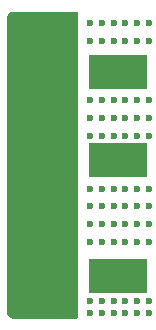
<source format=gbr>
%TF.GenerationSoftware,KiCad,Pcbnew,8.0.7*%
%TF.CreationDate,2025-04-11T01:47:19-04:00*%
%TF.ProjectId,1M_2F,314d5f32-462e-46b6-9963-61645f706362,rev?*%
%TF.SameCoordinates,Original*%
%TF.FileFunction,Copper,L1,Top*%
%TF.FilePolarity,Positive*%
%FSLAX46Y46*%
G04 Gerber Fmt 4.6, Leading zero omitted, Abs format (unit mm)*
G04 Created by KiCad (PCBNEW 8.0.7) date 2025-04-11 01:47:19*
%MOMM*%
%LPD*%
G01*
G04 APERTURE LIST*
%TA.AperFunction,ComponentPad*%
%ADD10R,3.000000X5.000000*%
%TD*%
%TA.AperFunction,ComponentPad*%
%ADD11R,5.000000X3.000000*%
%TD*%
%TA.AperFunction,ViaPad*%
%ADD12C,0.600000*%
%TD*%
G04 APERTURE END LIST*
D10*
%TO.P,J1,1,Pin_1*%
%TO.N,Net-(J1-Pin_1)*%
X97207100Y-47653300D03*
D11*
%TO.P,J1,2,Pin_2*%
%TO.N,GND*%
X102844600Y-47040800D03*
%TD*%
D10*
%TO.P,J3,1,Pin_1*%
%TO.N,Net-(J1-Pin_1)*%
X96275000Y-56262500D03*
D11*
%TO.P,J3,2,Pin_2*%
%TO.N,GND*%
X102912500Y-56875000D03*
%TD*%
D10*
%TO.P,J2,1,Pin_1*%
%TO.N,Net-(J1-Pin_1)*%
X96200000Y-39050000D03*
D11*
%TO.P,J2,2,Pin_2*%
%TO.N,GND*%
X102837500Y-39662500D03*
%TD*%
D12*
%TO.N,GND*%
X105500000Y-37000000D03*
X100500000Y-59000000D03*
X100500000Y-60000000D03*
X101500000Y-49500000D03*
X104500000Y-42000000D03*
X103500000Y-54000000D03*
X105500000Y-45000000D03*
X103500000Y-42000000D03*
X104500000Y-37000000D03*
X101500000Y-42000000D03*
X101500000Y-45000000D03*
X104500000Y-49500000D03*
X104500000Y-60000000D03*
X102500000Y-54000000D03*
X101500000Y-51000000D03*
X100500000Y-49500000D03*
X100500000Y-45000000D03*
X104500000Y-52500000D03*
X102500000Y-37000000D03*
X103500000Y-51000000D03*
X100500000Y-42000000D03*
X103500000Y-43500000D03*
X100500000Y-35500000D03*
X104500000Y-43500000D03*
X102500000Y-49500000D03*
X105500000Y-51000000D03*
X103500000Y-45000000D03*
X103500000Y-60000000D03*
X104500000Y-54000000D03*
X100500000Y-51000000D03*
X104500000Y-51000000D03*
X103500000Y-49500000D03*
X102500000Y-35500000D03*
X102500000Y-60000000D03*
X105500000Y-43500000D03*
X100500000Y-54000000D03*
X101500000Y-37000000D03*
X103500000Y-35500000D03*
X103500000Y-37000000D03*
X100500000Y-52500000D03*
X105500000Y-60000000D03*
X104500000Y-35500000D03*
X102500000Y-43500000D03*
X101500000Y-54000000D03*
X103500000Y-59000000D03*
X104500000Y-45000000D03*
X102500000Y-51000000D03*
X101500000Y-60000000D03*
X101500000Y-35500000D03*
X102500000Y-45000000D03*
X105500000Y-54000000D03*
X100500000Y-43500000D03*
X105500000Y-59000000D03*
X105500000Y-35500000D03*
X105500000Y-52500000D03*
X105500000Y-49500000D03*
X102500000Y-52500000D03*
X102500000Y-59000000D03*
X105500000Y-42000000D03*
X101500000Y-59000000D03*
X102500000Y-42000000D03*
X100500000Y-37000000D03*
X101500000Y-52500000D03*
X101500000Y-43500000D03*
X104500000Y-59000000D03*
X103500000Y-52500000D03*
%TO.N,Net-(J1-Pin_1)*%
X99000000Y-51000000D03*
X96000000Y-42500000D03*
X94000000Y-60000000D03*
X94000000Y-59000000D03*
X94000000Y-58000000D03*
X97000000Y-42500000D03*
X96000000Y-35500000D03*
X94000000Y-41500000D03*
X99000000Y-56000000D03*
X97000000Y-60000000D03*
X94000000Y-36500000D03*
X99000000Y-38500000D03*
X99000000Y-54000000D03*
X94000000Y-56000000D03*
X94500000Y-49000000D03*
X99000000Y-37500000D03*
X99000000Y-36500000D03*
X95000000Y-52500000D03*
X98000000Y-35500000D03*
X94000000Y-39500000D03*
X99000000Y-52500000D03*
X94500000Y-46000000D03*
X99000000Y-40500000D03*
X99000000Y-60000000D03*
X94000000Y-55000000D03*
X94500000Y-45000000D03*
X97000000Y-52500000D03*
X94000000Y-57000000D03*
X94000000Y-42500000D03*
X94500000Y-47000000D03*
X95000000Y-60000000D03*
X99000000Y-41500000D03*
X98000000Y-60000000D03*
X99000000Y-44000000D03*
X97000000Y-44000000D03*
X96000000Y-52500000D03*
X94000000Y-38500000D03*
X94000000Y-37500000D03*
X99000000Y-42500000D03*
X99000000Y-39500000D03*
X94000000Y-52500000D03*
X97000000Y-51000000D03*
X98000000Y-42500000D03*
X94000000Y-51000000D03*
X94500000Y-50000000D03*
X95000000Y-35500000D03*
X95000000Y-51000000D03*
X96000000Y-60000000D03*
X95000000Y-42500000D03*
X94000000Y-40500000D03*
X99000000Y-35500000D03*
X94000000Y-35500000D03*
X96000000Y-51000000D03*
X98000000Y-52500000D03*
X94500000Y-48000000D03*
X98000000Y-51000000D03*
X99000000Y-55000000D03*
X99000000Y-58000000D03*
X95000000Y-44000000D03*
X96000000Y-44000000D03*
X97000000Y-35500000D03*
X99000000Y-57000000D03*
X94000000Y-44000000D03*
X98000000Y-44000000D03*
X94000000Y-54000000D03*
X99000000Y-59000000D03*
%TD*%
%TA.AperFunction,Conductor*%
%TO.N,Net-(J1-Pin_1)*%
G36*
X99443039Y-34520185D02*
G01*
X99488794Y-34572989D01*
X99500000Y-34624500D01*
X99500000Y-60375500D01*
X99480315Y-60442539D01*
X99427511Y-60488294D01*
X99376000Y-60499500D01*
X94006962Y-60499500D01*
X93993078Y-60498720D01*
X93980553Y-60497308D01*
X93902735Y-60488540D01*
X93875666Y-60482362D01*
X93796462Y-60454648D01*
X93771444Y-60442600D01*
X93700395Y-60397957D01*
X93678686Y-60380644D01*
X93619355Y-60321313D01*
X93602042Y-60299604D01*
X93557399Y-60228555D01*
X93545351Y-60203537D01*
X93517637Y-60124333D01*
X93511459Y-60097263D01*
X93501280Y-60006922D01*
X93500500Y-59993038D01*
X93500500Y-35006961D01*
X93501280Y-34993077D01*
X93511459Y-34902731D01*
X93517635Y-34875670D01*
X93545353Y-34796456D01*
X93557396Y-34771450D01*
X93602046Y-34700389D01*
X93619351Y-34678690D01*
X93678690Y-34619351D01*
X93700389Y-34602046D01*
X93771450Y-34557396D01*
X93796456Y-34545353D01*
X93875670Y-34517635D01*
X93902733Y-34511459D01*
X93965419Y-34504396D01*
X93993079Y-34501280D01*
X94006962Y-34500500D01*
X99376000Y-34500500D01*
X99443039Y-34520185D01*
G37*
%TD.AperFunction*%
%TD*%
M02*

</source>
